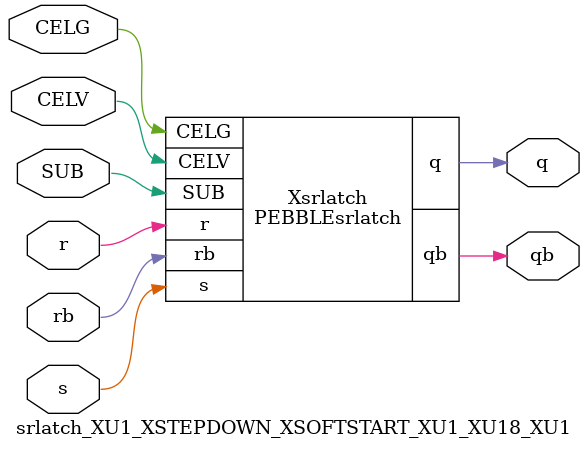
<source format=v>



module PEBBLEsrlatch ( q, qb, CELG, CELV, SUB, r, rb, s );

  input CELV;
  input s;
  output q;
  input rb;
  input r;
  input SUB;
  input CELG;
  output qb;
endmodule

//Celera Confidential Do Not Copy srlatch_XU1_XSTEPDOWN_XSOFTSTART_XU1_XU18_XU1
//Celera Confidential Symbol Generator
//SR Latch
module srlatch_XU1_XSTEPDOWN_XSOFTSTART_XU1_XU18_XU1 (CELV,CELG,s,r,rb,q,qb,SUB);
input CELV;
input CELG;
input s;
input r;
input rb;
input SUB;
output q;
output qb;

//Celera Confidential Do Not Copy srlatch
PEBBLEsrlatch Xsrlatch(
.CELV (CELV),
.r (r),
.s (s),
.q (q),
.qb (qb),
.rb (rb),
.SUB (SUB),
.CELG (CELG)
);
//,diesize,PEBBLEsrlatch

//Celera Confidential Do Not Copy Module End
//Celera Schematic Generator
endmodule

</source>
